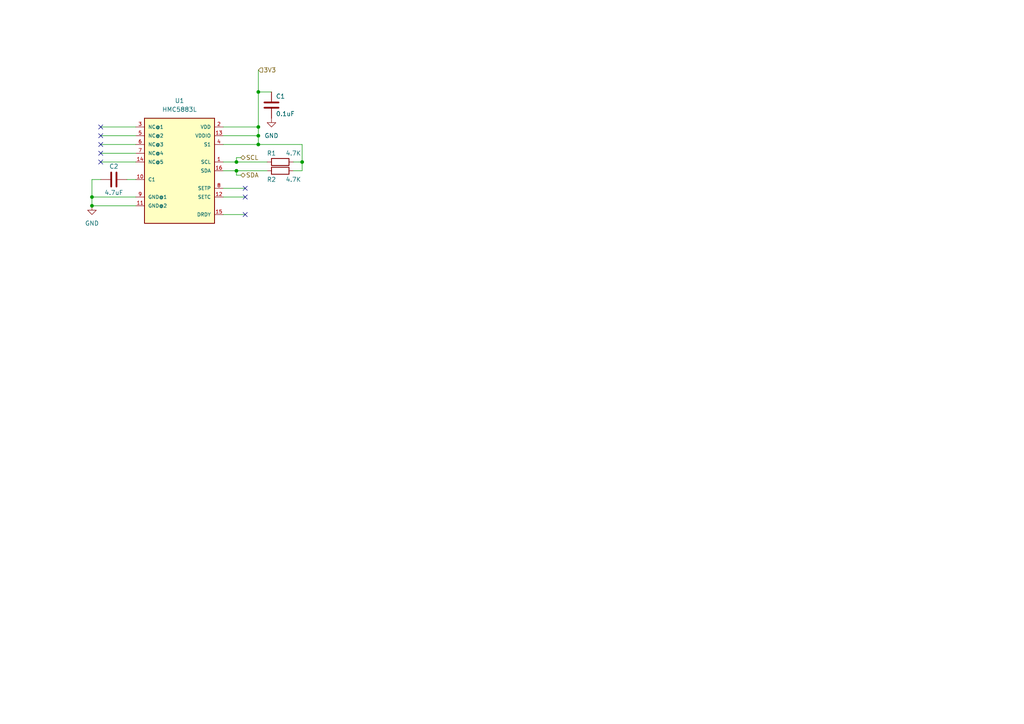
<source format=kicad_sch>
(kicad_sch (version 20231120) (generator "eeschema") (generator_version "8.0")
  (paper "A4")
  (lib_symbols
    (symbol "Device:C" (pin_numbers hide) (pin_names (offset 0.254))
      (property "Reference" "C" (at 0.635 2.54 0))
      (property "Value" "C" (at 0.635 -2.54 0))
      (symbol "C_0_1"
        (polyline (pts (xy -2.032 -0.762) (xy 2.032 -0.762)) (stroke (width 0.508)))
        (polyline (pts (xy -2.032 0.762) (xy 2.032 0.762)) (stroke (width 0.508)))
      )
      (symbol "C_1_1"
        (pin passive line (at 0 3.81 270) (length 2.794) (name "~") (number "1"))
        (pin passive line (at 0 -3.81 90) (length 2.794) (name "~") (number "2"))
      )
    )
    (symbol "Device:R" (pin_numbers hide) (pin_names (offset 0))
      (property "Reference" "R" (at 2.032 0 90))
      (property "Value" "R" (at 0 0 90))
      (symbol "R_0_1"
        (rectangle (start -1.016 -2.54) (end 1.016 2.54) (stroke (width 0.254)))
      )
      (symbol "R_1_1"
        (pin passive line (at 0 3.81 270) (length 1.27) (name "~") (number "1"))
        (pin passive line (at 0 -3.81 90) (length 1.27) (name "~") (number "2"))
      )
    )
    (symbol "HMC5883L:HMC5883L" (pin_names (offset 1.016))
      (property "Reference" "U" (at -10.16 15.494 0))
      (property "Value" "HMC5883L" (at -10.16 -15.494 0))
      (symbol "HMC5883L_0_0"
        (rectangle (start -10.16 -15.24) (end 10.16 15.24) (stroke (width 0.254)) (fill (type background)))
        (pin bidirectional line (at 12.7 2.54 180) (length 2.54) (name "SCL") (number "1"))
        (pin bidirectional line (at -12.7 -2.54 0) (length 2.54) (name "C1") (number "10"))
        (pin bidirectional line (at -12.7 -10.16 0) (length 2.54) (name "GND@2") (number "11"))
        (pin bidirectional line (at 12.7 -7.62 180) (length 2.54) (name "SETC") (number "12"))
        (pin bidirectional line (at 12.7 10.16 180) (length 2.54) (name "VDDIO") (number "13"))
        (pin bidirectional line (at -12.7 2.54 0) (length 2.54) (name "NC@5") (number "14"))
        (pin bidirectional line (at 12.7 -12.7 180) (length 2.54) (name "DRDY") (number "15"))
        (pin bidirectional line (at 12.7 0 180) (length 2.54) (name "SDA") (number "16"))
        (pin bidirectional line (at 12.7 12.7 180) (length 2.54) (name "VDD") (number "2"))
        (pin bidirectional line (at -12.7 12.7 0) (length 2.54) (name "NC@1") (number "3"))
        (pin bidirectional line (at 12.7 7.62 180) (length 2.54) (name "S1") (number "4"))
        (pin bidirectional line (at -12.7 10.16 0) (length 2.54) (name "NC@2") (number "5"))
        (pin bidirectional line (at -12.7 7.62 0) (length 2.54) (name "NC@3") (number "6"))
        (pin bidirectional line (at -12.7 5.08 0) (length 2.54) (name "NC@4") (number "7"))
        (pin bidirectional line (at 12.7 -5.08 180) (length 2.54) (name "SETP") (number "8"))
        (pin bidirectional line (at -12.7 -7.62 0) (length 2.54) (name "GND@1") (number "9"))
      )
    )
    (symbol "power:GND" (power) (pin_names (offset 0))
      (property "Value" "GND" (at 0 -3.81 0))
      (symbol "GND_0_1"
        (polyline (pts (xy 0 0) (xy 0 -1.27) (xy 1.27 -1.27) (xy 0 -2.54) (xy -1.27 -1.27) (xy 0 -1.27)))
      )
      (symbol "GND_1_1"
        (pin power_in line (at 0 0 270) (length 0) hide (name "GND") (number "1"))
      )
    )
  )
  (junction (at 74.93 36.83))
  (junction (at 74.93 39.37))
  (junction (at 74.93 41.91))
  (junction (at 87.63 46.99))
  (junction (at 26.67 59.69))
  (junction (at 68.58 49.53))
  (junction (at 68.58 46.99))
  (junction (at 26.67 57.15))
  (junction (at 74.93 26.67))
  (no_connect (at 71.12 54.61))
  (no_connect (at 29.21 44.45))
  (no_connect (at 71.12 57.15))
  (no_connect (at 29.21 41.91))
  (no_connect (at 71.12 62.23))
  (no_connect (at 29.21 39.37))
  (no_connect (at 29.21 46.99))
  (no_connect (at 29.21 36.83))
  (wire (pts (xy 64.77 39.37) (xy 74.93 39.37)))
  (wire (pts (xy 68.58 49.53) (xy 68.58 50.8)))
  (wire (pts (xy 74.93 26.67) (xy 74.93 36.83)))
  (wire (pts (xy 87.63 46.99) (xy 87.63 49.53)))
  (wire (pts (xy 74.93 41.91) (xy 87.63 41.91)))
  (wire (pts (xy 39.37 57.15) (xy 26.67 57.15)))
  (wire (pts (xy 39.37 39.37) (xy 29.21 39.37)))
  (wire (pts (xy 26.67 59.69) (xy 39.37 59.69)))
  (wire (pts (xy 39.37 44.45) (xy 29.21 44.45)))
  (wire (pts (xy 64.77 41.91) (xy 74.93 41.91)))
  (wire (pts (xy 64.77 54.61) (xy 71.12 54.61)))
  (wire (pts (xy 87.63 41.91) (xy 87.63 46.99)))
  (wire (pts (xy 87.63 49.53) (xy 85.09 49.53)))
  (wire (pts (xy 64.77 62.23) (xy 71.12 62.23)))
  (wire (pts (xy 64.77 57.15) (xy 71.12 57.15)))
  (wire (pts (xy 74.93 39.37) (xy 74.93 41.91)))
  (wire (pts (xy 85.09 46.99) (xy 87.63 46.99)))
  (wire (pts (xy 74.93 20.32) (xy 74.93 26.67)))
  (wire (pts (xy 69.85 45.72) (xy 68.58 45.72)))
  (wire (pts (xy 68.58 45.72) (xy 68.58 46.99)))
  (wire (pts (xy 64.77 36.83) (xy 74.93 36.83)))
  (wire (pts (xy 74.93 26.67) (xy 78.74 26.67)))
  (wire (pts (xy 36.83 52.07) (xy 39.37 52.07)))
  (wire (pts (xy 39.37 41.91) (xy 29.21 41.91)))
  (wire (pts (xy 26.67 52.07) (xy 26.67 57.15)))
  (wire (pts (xy 69.85 50.8) (xy 68.58 50.8)))
  (wire (pts (xy 68.58 49.53) (xy 77.47 49.53)))
  (wire (pts (xy 68.58 46.99) (xy 77.47 46.99)))
  (wire (pts (xy 26.67 57.15) (xy 26.67 59.69)))
  (wire (pts (xy 64.77 46.99) (xy 68.58 46.99)))
  (wire (pts (xy 39.37 46.99) (xy 29.21 46.99)))
  (wire (pts (xy 64.77 49.53) (xy 68.58 49.53)))
  (wire (pts (xy 29.21 52.07) (xy 26.67 52.07)))
  (wire (pts (xy 39.37 36.83) (xy 29.21 36.83)))
  (wire (pts (xy 74.93 36.83) (xy 74.93 39.37)))
  (hierarchical_label "SCL" (shape bidirectional) (at 69.85 45.72 0))
  (hierarchical_label "SDA" (shape bidirectional) (at 69.85 50.8 0))
  (hierarchical_label "3V3" (shape input) (at 74.93 20.32 0))
  (symbol (lib_id "Device:C") (at 33.02 52.07 90) (unit 1)
    (property "Reference" "C2" (at 33.02 48.26 90))
    (property "Value" "4.7uF" (at 33.02 55.88 90))
    (property "Footprint" "Capacitor_SMD:C_0201_0603Metric" (effects (hide yes)))
  )
  (symbol (lib_id "power:GND") (at 78.74 34.29 0) (unit 1)
    (property "Reference" "#PWR01" (effects (hide yes)))
    (property "Value" "GND" (at 78.74 39.37 0))
  )
  (symbol (lib_id "power:GND") (at 26.67 59.69 0) (unit 1)
    (property "Reference" "#PWR02" (effects (hide yes)))
    (property "Value" "GND" (at 26.67 64.77 0))
  )
  (symbol (lib_id "HMC5883L:HMC5883L") (at 52.07 49.53 0) (unit 1)
    (property "Reference" "U1" (at 52.07 29.21 0))
    (property "Value" "HMC5883L" (at 52.07 31.75 0))
    (property "Footprint" "Sensor:HMC5883L" (effects (hide yes)))
    (property "Description" "\nMagnetoresistive Sensor X, Y, Z Axis 16-LCC\n" (effects (hide yes)))
    (property "MF" "Honeywell Aerospace" (effects (hide yes)))
    (property "Package" "LCC-16 Honeywell" (effects (hide yes)))
    (property "Price" "None" (effects (hide yes)))
    (property "SF_ID" "COM-10494" (effects (hide yes)))
    (property "PROD_ID" "IC-10284" (effects (hide yes)))
    (property "SnapEDA_Link" "https://www.snapeda.com/parts/HMC5883L-T/Honeywell+Aerospace/view-part/?ref=snap" (effects (hide yes)))
    (property "MP" "HMC5883L-T" (effects (hide yes)))
    (property "Availability" "In Stock" (effects (hide yes)))
    (property "Check_prices" "https://www.snapeda.com/parts/HMC5883L-T/Honeywell+Aerospace/view-part/?ref=eda" (effects (hide yes)))
  )
  (symbol (lib_id "Device:C") (at 78.74 30.48 0) (unit 1)
    (property "Reference" "C1" (at 80.01 27.94 0) (effects (justify left)))
    (property "Value" "0.1uF" (at 80.01 33.02 0) (effects (justify left)))
    (property "Footprint" "Capacitor_SMD:C_0201_0603Metric" (effects (hide yes)))
  )
  (symbol (lib_id "Device:R") (at 81.28 49.53 90) (unit 1)
    (property "Reference" "R2" (at 78.74 52.07 90))
    (property "Value" "4.7K" (at 85.09 52.07 90))
    (property "Footprint" "Resistor_SMD:R_0201_0603Metric" (effects (hide yes)))
  )
  (symbol (lib_id "Device:R") (at 81.28 46.99 90) (unit 1)
    (property "Reference" "R1" (at 78.74 44.45 90))
    (property "Value" "4.7K" (at 85.09 44.45 90))
    (property "Footprint" "Resistor_SMD:R_0201_0603Metric" (effects (hide yes)))
  )
)
</source>
